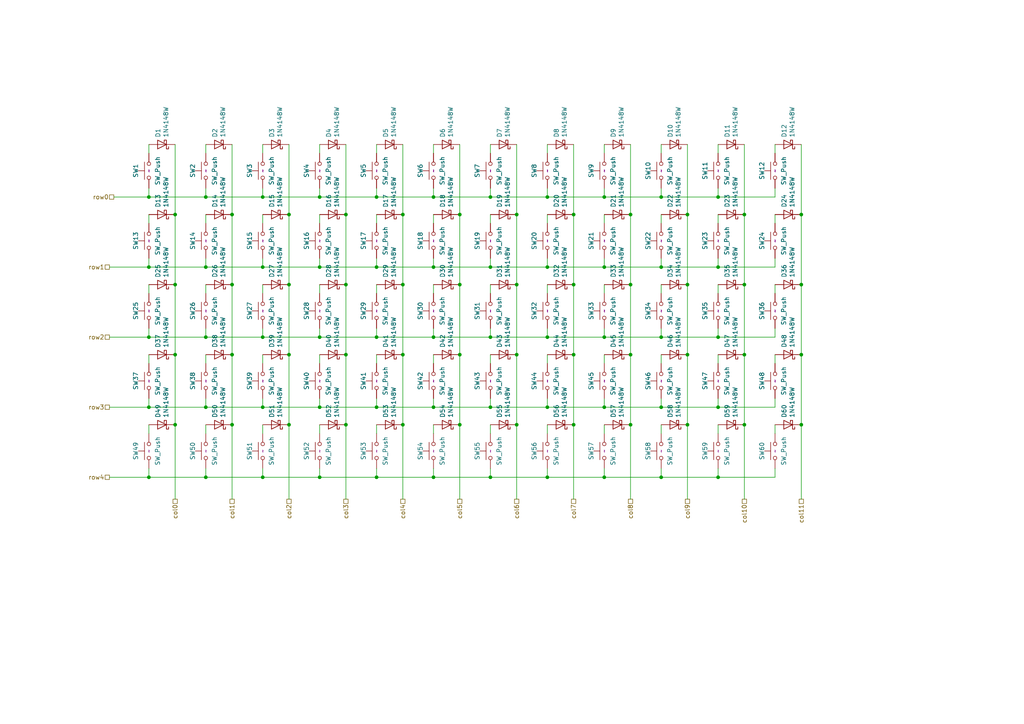
<source format=kicad_sch>
(kicad_sch (version 20211123) (generator eeschema)
  (paper "A4")
  (junction (at 133.35 82.55))
  (junction (at 76.2 77.47))
  (junction (at 50.8 123.19))
  (junction (at 92.71 97.79))
  (junction (at 191.77 138.43))
  (junction (at 50.8 102.87))
  (junction (at 142.24 97.79))
  (junction (at 208.28 57.15))
  (junction (at 43.18 97.79))
  (junction (at 116.84 102.87))
  (junction (at 125.73 118.11))
  (junction (at 182.88 82.55))
  (junction (at 215.9 62.23))
  (junction (at 125.73 97.79))
  (junction (at 116.84 123.19))
  (junction (at 109.22 77.47))
  (junction (at 149.86 102.87))
  (junction (at 232.41 102.87))
  (junction (at 208.28 138.43))
  (junction (at 76.2 118.11))
  (junction (at 158.75 57.15))
  (junction (at 175.26 57.15))
  (junction (at 59.69 138.43))
  (junction (at 175.26 97.79))
  (junction (at 92.71 57.15))
  (junction (at 116.84 82.55))
  (junction (at 149.86 82.55))
  (junction (at 232.41 82.55))
  (junction (at 158.75 77.47))
  (junction (at 191.77 77.47))
  (junction (at 175.26 118.11))
  (junction (at 166.37 102.87))
  (junction (at 125.73 57.15))
  (junction (at 109.22 118.11))
  (junction (at 67.31 62.23))
  (junction (at 166.37 62.23))
  (junction (at 50.8 82.55))
  (junction (at 125.73 77.47))
  (junction (at 109.22 97.79))
  (junction (at 149.86 123.19))
  (junction (at 100.33 102.87))
  (junction (at 142.24 138.43))
  (junction (at 149.86 62.23))
  (junction (at 67.31 102.87))
  (junction (at 232.41 123.19))
  (junction (at 83.82 62.23))
  (junction (at 100.33 62.23))
  (junction (at 142.24 118.11))
  (junction (at 142.24 57.15))
  (junction (at 182.88 123.19))
  (junction (at 208.28 118.11))
  (junction (at 83.82 82.55))
  (junction (at 199.39 82.55))
  (junction (at 191.77 118.11))
  (junction (at 133.35 102.87))
  (junction (at 199.39 62.23))
  (junction (at 166.37 82.55))
  (junction (at 100.33 123.19))
  (junction (at 92.71 138.43))
  (junction (at 175.26 77.47))
  (junction (at 199.39 102.87))
  (junction (at 208.28 97.79))
  (junction (at 158.75 118.11))
  (junction (at 109.22 138.43))
  (junction (at 215.9 123.19))
  (junction (at 43.18 57.15))
  (junction (at 92.71 77.47))
  (junction (at 191.77 97.79))
  (junction (at 50.8 62.23))
  (junction (at 43.18 77.47))
  (junction (at 67.31 123.19))
  (junction (at 116.84 62.23))
  (junction (at 158.75 97.79))
  (junction (at 83.82 123.19))
  (junction (at 59.69 77.47))
  (junction (at 133.35 123.19))
  (junction (at 92.71 118.11))
  (junction (at 67.31 82.55))
  (junction (at 43.18 138.43))
  (junction (at 59.69 57.15))
  (junction (at 191.77 57.15))
  (junction (at 175.26 138.43))
  (junction (at 182.88 102.87))
  (junction (at 76.2 138.43))
  (junction (at 100.33 82.55))
  (junction (at 109.22 57.15))
  (junction (at 76.2 57.15))
  (junction (at 208.28 77.47))
  (junction (at 232.41 62.23))
  (junction (at 59.69 118.11))
  (junction (at 142.24 77.47))
  (junction (at 43.18 118.11))
  (junction (at 166.37 123.19))
  (junction (at 215.9 102.87))
  (junction (at 158.75 138.43))
  (junction (at 83.82 102.87))
  (junction (at 133.35 62.23))
  (junction (at 199.39 123.19))
  (junction (at 125.73 138.43))
  (junction (at 215.9 82.55))
  (junction (at 76.2 97.79))
  (junction (at 182.88 62.23))
  (junction (at 59.69 97.79))
  (wire (pts (xy 166.37 123.19) (xy 166.37 102.87)))
  (wire (pts (xy 158.75 95.25) (xy 158.75 97.79)))
  (wire (pts (xy 142.24 118.11) (xy 142.24 115.57)))
  (wire (pts (xy 199.39 123.19) (xy 199.39 102.87)))
  (wire (pts (xy 92.71 138.43) (xy 109.22 138.43)))
  (wire (pts (xy 92.71 57.15) (xy 92.71 54.61)))
  (wire (pts (xy 67.31 62.23) (xy 67.31 41.91)))
  (wire (pts (xy 76.2 74.93) (xy 76.2 77.47)))
  (wire (pts (xy 92.71 118.11) (xy 92.71 115.57)))
  (wire (pts (xy 224.79 138.43) (xy 224.79 135.89)))
  (wire (pts (xy 142.24 57.15) (xy 158.75 57.15)))
  (wire (pts (xy 50.8 62.23) (xy 50.8 41.91)))
  (wire (pts (xy 208.28 54.61) (xy 208.28 57.15)))
  (wire (pts (xy 215.9 123.19) (xy 215.9 102.87)))
  (wire (pts (xy 43.18 118.11) (xy 59.69 118.11)))
  (wire (pts (xy 166.37 102.87) (xy 166.37 82.55)))
  (wire (pts (xy 208.28 77.47) (xy 224.79 77.47)))
  (wire (pts (xy 149.86 144.78) (xy 149.86 123.19)))
  (wire (pts (xy 43.18 125.73) (xy 43.18 123.19)))
  (wire (pts (xy 142.24 77.47) (xy 158.75 77.47)))
  (wire (pts (xy 208.28 57.15) (xy 224.79 57.15)))
  (wire (pts (xy 224.79 77.47) (xy 224.79 74.93)))
  (wire (pts (xy 92.71 64.77) (xy 92.71 62.23)))
  (wire (pts (xy 50.8 144.78) (xy 50.8 123.19)))
  (wire (pts (xy 158.75 115.57) (xy 158.75 118.11)))
  (wire (pts (xy 59.69 77.47) (xy 76.2 77.47)))
  (wire (pts (xy 208.28 95.25) (xy 208.28 97.79)))
  (wire (pts (xy 76.2 135.89) (xy 76.2 138.43)))
  (wire (pts (xy 208.28 138.43) (xy 224.79 138.43)))
  (wire (pts (xy 76.2 95.25) (xy 76.2 97.79)))
  (wire (pts (xy 175.26 77.47) (xy 191.77 77.47)))
  (wire (pts (xy 109.22 102.87) (xy 109.22 105.41)))
  (wire (pts (xy 50.8 123.19) (xy 50.8 102.87)))
  (wire (pts (xy 208.28 97.79) (xy 224.79 97.79)))
  (wire (pts (xy 59.69 97.79) (xy 76.2 97.79)))
  (wire (pts (xy 149.86 102.87) (xy 149.86 82.55)))
  (wire (pts (xy 215.9 62.23) (xy 215.9 41.91)))
  (wire (pts (xy 125.73 118.11) (xy 142.24 118.11)))
  (wire (pts (xy 232.41 102.87) (xy 232.41 82.55)))
  (wire (pts (xy 50.8 82.55) (xy 50.8 62.23)))
  (wire (pts (xy 175.26 95.25) (xy 175.26 97.79)))
  (wire (pts (xy 175.26 82.55) (xy 175.26 85.09)))
  (wire (pts (xy 191.77 77.47) (xy 191.77 74.93)))
  (wire (pts (xy 158.75 74.93) (xy 158.75 77.47)))
  (wire (pts (xy 50.8 102.87) (xy 50.8 82.55)))
  (wire (pts (xy 158.75 41.91) (xy 158.75 44.45)))
  (wire (pts (xy 182.88 102.87) (xy 182.88 82.55)))
  (wire (pts (xy 125.73 62.23) (xy 125.73 64.77)))
  (wire (pts (xy 175.26 138.43) (xy 191.77 138.43)))
  (wire (pts (xy 175.26 74.93) (xy 175.26 77.47)))
  (wire (pts (xy 175.26 123.19) (xy 175.26 125.73)))
  (wire (pts (xy 100.33 82.55) (xy 100.33 62.23)))
  (wire (pts (xy 142.24 44.45) (xy 142.24 41.91)))
  (wire (pts (xy 43.18 97.79) (xy 43.18 95.25)))
  (wire (pts (xy 142.24 97.79) (xy 142.24 95.25)))
  (wire (pts (xy 232.41 123.19) (xy 232.41 102.87)))
  (wire (pts (xy 142.24 105.41) (xy 142.24 102.87)))
  (wire (pts (xy 158.75 62.23) (xy 158.75 64.77)))
  (wire (pts (xy 125.73 135.89) (xy 125.73 138.43)))
  (wire (pts (xy 109.22 118.11) (xy 125.73 118.11)))
  (wire (pts (xy 59.69 138.43) (xy 76.2 138.43)))
  (wire (pts (xy 224.79 64.77) (xy 224.79 62.23)))
  (wire (pts (xy 199.39 62.23) (xy 199.39 41.91)))
  (wire (pts (xy 199.39 144.78) (xy 199.39 123.19)))
  (wire (pts (xy 43.18 57.15) (xy 43.18 54.61)))
  (wire (pts (xy 175.26 41.91) (xy 175.26 44.45)))
  (wire (pts (xy 83.82 123.19) (xy 83.82 102.87)))
  (wire (pts (xy 76.2 123.19) (xy 76.2 125.73)))
  (wire (pts (xy 149.86 123.19) (xy 149.86 102.87)))
  (wire (pts (xy 224.79 57.15) (xy 224.79 54.61)))
  (wire (pts (xy 224.79 105.41) (xy 224.79 102.87)))
  (wire (pts (xy 232.41 82.55) (xy 232.41 62.23)))
  (wire (pts (xy 59.69 82.55) (xy 59.69 85.09)))
  (wire (pts (xy 158.75 82.55) (xy 158.75 85.09)))
  (wire (pts (xy 31.75 77.47) (xy 43.18 77.47)))
  (wire (pts (xy 182.88 144.78) (xy 182.88 123.19)))
  (wire (pts (xy 158.75 135.89) (xy 158.75 138.43)))
  (wire (pts (xy 208.28 118.11) (xy 191.77 118.11)))
  (wire (pts (xy 125.73 82.55) (xy 125.73 85.09)))
  (wire (pts (xy 109.22 82.55) (xy 109.22 85.09)))
  (wire (pts (xy 67.31 144.78) (xy 67.31 123.19)))
  (wire (pts (xy 67.31 82.55) (xy 67.31 62.23)))
  (wire (pts (xy 43.18 85.09) (xy 43.18 82.55)))
  (wire (pts (xy 175.26 97.79) (xy 191.77 97.79)))
  (wire (pts (xy 92.71 97.79) (xy 109.22 97.79)))
  (wire (pts (xy 224.79 97.79) (xy 224.79 95.25)))
  (wire (pts (xy 67.31 102.87) (xy 67.31 82.55)))
  (wire (pts (xy 199.39 102.87) (xy 199.39 82.55)))
  (wire (pts (xy 142.24 57.15) (xy 142.24 54.61)))
  (wire (pts (xy 76.2 62.23) (xy 76.2 64.77)))
  (wire (pts (xy 59.69 123.19) (xy 59.69 125.73)))
  (wire (pts (xy 100.33 144.78) (xy 100.33 123.19)))
  (wire (pts (xy 125.73 41.91) (xy 125.73 44.45)))
  (wire (pts (xy 175.26 135.89) (xy 175.26 138.43)))
  (wire (pts (xy 109.22 115.57) (xy 109.22 118.11)))
  (wire (pts (xy 208.28 102.87) (xy 208.28 105.41)))
  (wire (pts (xy 125.73 123.19) (xy 125.73 125.73)))
  (wire (pts (xy 133.35 102.87) (xy 133.35 82.55)))
  (wire (pts (xy 83.82 62.23) (xy 83.82 41.91)))
  (wire (pts (xy 116.84 144.78) (xy 116.84 123.19)))
  (wire (pts (xy 191.77 57.15) (xy 191.77 54.61)))
  (wire (pts (xy 59.69 102.87) (xy 59.69 105.41)))
  (wire (pts (xy 215.9 82.55) (xy 215.9 62.23)))
  (wire (pts (xy 142.24 64.77) (xy 142.24 62.23)))
  (wire (pts (xy 142.24 118.11) (xy 158.75 118.11)))
  (wire (pts (xy 43.18 97.79) (xy 59.69 97.79)))
  (wire (pts (xy 43.18 138.43) (xy 59.69 138.43)))
  (wire (pts (xy 158.75 54.61) (xy 158.75 57.15)))
  (wire (pts (xy 76.2 138.43) (xy 92.71 138.43)))
  (wire (pts (xy 109.22 123.19) (xy 109.22 125.73)))
  (wire (pts (xy 215.9 102.87) (xy 215.9 82.55)))
  (wire (pts (xy 109.22 74.93) (xy 109.22 77.47)))
  (wire (pts (xy 158.75 102.87) (xy 158.75 105.41)))
  (wire (pts (xy 158.75 123.19) (xy 158.75 125.73)))
  (wire (pts (xy 208.28 123.19) (xy 208.28 125.73)))
  (wire (pts (xy 109.22 57.15) (xy 125.73 57.15)))
  (wire (pts (xy 43.18 57.15) (xy 59.69 57.15)))
  (wire (pts (xy 191.77 64.77) (xy 191.77 62.23)))
  (wire (pts (xy 59.69 115.57) (xy 59.69 118.11)))
  (wire (pts (xy 208.28 77.47) (xy 191.77 77.47)))
  (wire (pts (xy 175.26 118.11) (xy 191.77 118.11)))
  (wire (pts (xy 76.2 77.47) (xy 92.71 77.47)))
  (wire (pts (xy 149.86 62.23) (xy 149.86 41.91)))
  (wire (pts (xy 31.75 97.79) (xy 43.18 97.79)))
  (wire (pts (xy 59.69 74.93) (xy 59.69 77.47)))
  (wire (pts (xy 158.75 97.79) (xy 175.26 97.79)))
  (wire (pts (xy 142.24 138.43) (xy 158.75 138.43)))
  (wire (pts (xy 109.22 138.43) (xy 125.73 138.43)))
  (wire (pts (xy 175.26 115.57) (xy 175.26 118.11)))
  (wire (pts (xy 59.69 62.23) (xy 59.69 64.77)))
  (wire (pts (xy 149.86 82.55) (xy 149.86 62.23)))
  (wire (pts (xy 142.24 138.43) (xy 142.24 135.89)))
  (wire (pts (xy 191.77 105.41) (xy 191.77 102.87)))
  (wire (pts (xy 158.75 138.43) (xy 175.26 138.43)))
  (wire (pts (xy 175.26 54.61) (xy 175.26 57.15)))
  (wire (pts (xy 76.2 115.57) (xy 76.2 118.11)))
  (wire (pts (xy 142.24 125.73) (xy 142.24 123.19)))
  (wire (pts (xy 100.33 62.23) (xy 100.33 41.91)))
  (wire (pts (xy 59.69 57.15) (xy 76.2 57.15)))
  (wire (pts (xy 191.77 118.11) (xy 191.77 115.57)))
  (wire (pts (xy 191.77 138.43) (xy 191.77 135.89)))
  (wire (pts (xy 109.22 97.79) (xy 125.73 97.79)))
  (wire (pts (xy 43.18 77.47) (xy 43.18 74.93)))
  (wire (pts (xy 125.73 57.15) (xy 142.24 57.15)))
  (wire (pts (xy 208.28 74.93) (xy 208.28 77.47)))
  (wire (pts (xy 208.28 115.57) (xy 208.28 118.11)))
  (wire (pts (xy 224.79 118.11) (xy 224.79 115.57)))
  (wire (pts (xy 92.71 57.15) (xy 109.22 57.15)))
  (wire (pts (xy 191.77 125.73) (xy 191.77 123.19)))
  (wire (pts (xy 191.77 57.15) (xy 208.28 57.15)))
  (wire (pts (xy 67.31 123.19) (xy 67.31 102.87)))
  (wire (pts (xy 116.84 123.19) (xy 116.84 102.87)))
  (wire (pts (xy 182.88 82.55) (xy 182.88 62.23)))
  (wire (pts (xy 76.2 57.15) (xy 92.71 57.15)))
  (wire (pts (xy 92.71 105.41) (xy 92.71 102.87)))
  (wire (pts (xy 215.9 144.78) (xy 215.9 123.19)))
  (wire (pts (xy 76.2 82.55) (xy 76.2 85.09)))
  (wire (pts (xy 208.28 118.11) (xy 224.79 118.11)))
  (wire (pts (xy 191.77 97.79) (xy 208.28 97.79)))
  (wire (pts (xy 125.73 95.25) (xy 125.73 97.79)))
  (wire (pts (xy 92.71 77.47) (xy 92.71 74.93)))
  (wire (pts (xy 59.69 135.89) (xy 59.69 138.43)))
  (wire (pts (xy 208.28 82.55) (xy 208.28 85.09)))
  (wire (pts (xy 199.39 82.55) (xy 199.39 62.23)))
  (wire (pts (xy 109.22 54.61) (xy 109.22 57.15)))
  (wire (pts (xy 133.35 62.23) (xy 133.35 41.91)))
  (wire (pts (xy 125.73 77.47) (xy 142.24 77.47)))
  (wire (pts (xy 125.73 102.87) (xy 125.73 105.41)))
  (wire (pts (xy 43.18 105.41) (xy 43.18 102.87)))
  (wire (pts (xy 133.35 82.55) (xy 133.35 62.23)))
  (wire (pts (xy 31.75 138.43) (xy 43.18 138.43)))
  (wire (pts (xy 232.41 62.23) (xy 232.41 41.91)))
  (wire (pts (xy 109.22 41.91) (xy 109.22 44.45)))
  (wire (pts (xy 191.77 44.45) (xy 191.77 41.91)))
  (wire (pts (xy 43.18 64.77) (xy 43.18 62.23)))
  (wire (pts (xy 83.82 82.55) (xy 83.82 62.23)))
  (wire (pts (xy 125.73 115.57) (xy 125.73 118.11)))
  (wire (pts (xy 208.28 135.89) (xy 208.28 138.43)))
  (wire (pts (xy 92.71 97.79) (xy 92.71 95.25)))
  (wire (pts (xy 43.18 118.11) (xy 43.18 115.57)))
  (wire (pts (xy 59.69 95.25) (xy 59.69 97.79)))
  (wire (pts (xy 133.35 123.19) (xy 133.35 102.87)))
  (wire (pts (xy 142.24 85.09) (xy 142.24 82.55)))
  (wire (pts (xy 83.82 102.87) (xy 83.82 82.55)))
  (wire (pts (xy 109.22 95.25) (xy 109.22 97.79)))
  (wire (pts (xy 59.69 54.61) (xy 59.69 57.15)))
  (wire (pts (xy 31.75 118.11) (xy 43.18 118.11)))
  (wire (pts (xy 224.79 44.45) (xy 224.79 41.91)))
  (wire (pts (xy 92.71 125.73) (xy 92.71 123.19)))
  (wire (pts (xy 116.84 62.23) (xy 116.84 41.91)))
  (wire (pts (xy 125.73 54.61) (xy 125.73 57.15)))
  (wire (pts (xy 142.24 77.47) (xy 142.24 74.93)))
  (wire (pts (xy 92.71 138.43) (xy 92.71 135.89)))
  (wire (pts (xy 182.88 123.19) (xy 182.88 102.87)))
  (wire (pts (xy 208.28 41.91) (xy 208.28 44.45)))
  (wire (pts (xy 142.24 97.79) (xy 158.75 97.79)))
  (wire (pts (xy 191.77 138.43) (xy 208.28 138.43)))
  (wire (pts (xy 92.71 77.47) (xy 109.22 77.47)))
  (wire (pts (xy 191.77 85.09) (xy 191.77 82.55)))
  (wire (pts (xy 175.26 62.23) (xy 175.26 64.77)))
  (wire (pts (xy 166.37 62.23) (xy 166.37 41.91)))
  (wire (pts (xy 125.73 97.79) (xy 142.24 97.79)))
  (wire (pts (xy 208.28 62.23) (xy 208.28 64.77)))
  (wire (pts (xy 109.22 135.89) (xy 109.22 138.43)))
  (wire (pts (xy 109.22 62.23) (xy 109.22 64.77)))
  (wire (pts (xy 43.18 77.47) (xy 59.69 77.47)))
  (wire (pts (xy 76.2 54.61) (xy 76.2 57.15)))
  (wire (pts (xy 109.22 77.47) (xy 125.73 77.47)))
  (wire (pts (xy 76.2 41.91) (xy 76.2 44.45)))
  (wire (pts (xy 182.88 62.23) (xy 182.88 41.91)))
  (wire (pts (xy 76.2 97.79) (xy 92.71 97.79)))
  (wire (pts (xy 100.33 102.87) (xy 100.33 82.55)))
  (wire (pts (xy 92.71 44.45) (xy 92.71 41.91)))
  (wire (pts (xy 116.84 102.87) (xy 116.84 82.55)))
  (wire (pts (xy 116.84 82.55) (xy 116.84 62.23)))
  (wire (pts (xy 125.73 138.43) (xy 142.24 138.43)))
  (wire (pts (xy 33.02 57.15) (xy 43.18 57.15)))
  (wire (pts (xy 232.41 144.78) (xy 232.41 123.19)))
  (wire (pts (xy 191.77 97.79) (xy 191.77 95.25)))
  (wire (pts (xy 92.71 85.09) (xy 92.71 82.55)))
  (wire (pts (xy 224.79 125.73) (xy 224.79 123.19)))
  (wire (pts (xy 175.26 57.15) (xy 191.77 57.15)))
  (wire (pts (xy 166.37 82.55) (xy 166.37 62.23)))
  (wire (pts (xy 158.75 57.15) (xy 175.26 57.15)))
  (wire (pts (xy 133.35 144.78) (xy 133.35 123.19)))
  (wire (pts (xy 125.73 74.93) (xy 125.73 77.47)))
  (wire (pts (xy 76.2 118.11) (xy 92.71 118.11)))
  (wire (pts (xy 83.82 144.78) (xy 83.82 123.19)))
  (wire (pts (xy 224.79 85.09) (xy 224.79 82.55)))
  (wire (pts (xy 43.18 44.45) (xy 43.18 41.91)))
  (wire (pts (xy 43.18 138.43) (xy 43.18 135.89)))
  (wire (pts (xy 59.69 118.11) (xy 76.2 118.11)))
  (wire (pts (xy 166.37 144.78) (xy 166.37 123.19)))
  (wire (pts (xy 100.33 123.19) (xy 100.33 102.87)))
  (wire (pts (xy 92.71 118.11) (xy 109.22 118.11)))
  (wire (pts (xy 59.69 41.91) (xy 59.69 44.45)))
  (wire (pts (xy 158.75 77.47) (xy 175.26 77.47)))
  (wire (pts (xy 175.26 102.87) (xy 175.26 105.41)))
  (wire (pts (xy 76.2 102.87) (xy 76.2 105.41)))
  (wire (pts (xy 158.75 118.11) (xy 175.26 118.11)))
  (hierarchical_label "col9" (shape passive) (at 199.39 144.78 270))
  (hierarchical_label "row3" (shape passive) (at 31.75 118.11 180))
  (hierarchical_label "col11" (shape passive) (at 232.41 144.78 270))
  (hierarchical_label "row1" (shape passive) (at 31.75 77.47 180))
  (hierarchical_label "col4" (shape passive) (at 116.84 144.78 270))
  (hierarchical_label "col2" (shape passive) (at 83.82 144.78 270))
  (hierarchical_label "col5" (shape passive) (at 133.35 144.78 270))
  (hierarchical_label "row2" (shape passive) (at 31.75 97.79 180))
  (hierarchical_label "col8" (shape passive) (at 182.88 144.78 270))
  (hierarchical_label "col3" (shape passive) (at 100.33 144.78 270))
  (hierarchical_label "row0" (shape passive) (at 33.02 57.15 180))
  (hierarchical_label "row4" (shape passive) (at 31.75 138.43 180))
  (hierarchical_label "col1" (shape passive) (at 67.31 144.78 270))
  (hierarchical_label "col10" (shape passive) (at 215.9 144.78 270))
  (hierarchical_label "col7" (shape passive) (at 166.37 144.78 270))
  (hierarchical_label "col6" (shape passive) (at 149.86 144.78 270))
  (hierarchical_label "col0" (shape passive) (at 50.8 144.78 270))
  (symbol (lib_id "Switch:SW_Push") (at 109.22 110.49 90) (unit 1)
    (property "Reference" "SW41" (at 105.41 110.49 0))
    (property "Value" "SW_Push" (at 111.76 110.49 0))
    (property "Footprint" "custom_parts:SW_Cherry_MX_1.00u_PCB" (effects hide))
    (property "Datasheet" "~" (at 109.22 110.49 0))
  )
  (symbol (lib_id "Switch:SW_Push") (at 43.18 130.81 90) (unit 1)
    (property "Reference" "SW49" (at 39.37 130.81 0))
    (property "Value" "SW_Push" (at 45.72 130.81 0))
    (property "Footprint" "custom_parts:SW_Cherry_MX_1.00u_PCB" (effects hide))
    (property "Datasheet" "~" (at 43.18 130.81 0))
  )
  (symbol (lib_id "lcsc:B5819W") (at 46.99 123.19 180) (unit 1)
    (property "Reference" "D49" (at 45.8216 121.1834 90) (effects (justify right)))
    (property "Value" "1N4148W" (at 48.133 121.1834 90) (effects (justify right)))
    (property "Footprint" "Diode_SMD:D_SOD-123" (effects hide))
    (property "Datasheet" "https://datasheet.lcsc.com/szlcsc/Changjiang-Electronics-Tech-CJ-B5819W_C8598.pdf" (effects hide))
    (property "LCSC" "C81598" (effects hide))
  )
  (symbol (lib_id "Switch:SW_Push") (at 43.18 110.49 90) (unit 1)
    (property "Reference" "SW37" (at 39.37 110.49 0))
    (property "Value" "SW_Push" (at 45.72 110.49 0))
    (property "Footprint" "custom_parts:SW_Cherry_MX_1.00u_PCB" (effects hide))
    (property "Datasheet" "~" (at 43.18 110.49 0))
  )
  (symbol (lib_id "lcsc:B5819W") (at 46.99 102.87 180) (unit 1)
    (property "Reference" "D37" (at 45.8216 100.8634 90) (effects (justify right)))
    (property "Value" "1N4148W" (at 48.133 100.8634 90) (effects (justify right)))
    (property "Footprint" "Diode_SMD:D_SOD-123" (effects hide))
    (property "Datasheet" "https://datasheet.lcsc.com/szlcsc/Changjiang-Electronics-Tech-CJ-B5819W_C8598.pdf" (effects hide))
    (property "LCSC" "C81598" (effects hide))
  )
  (symbol (lib_id "Switch:SW_Push") (at 43.18 90.17 90) (unit 1)
    (property "Reference" "SW25" (at 39.37 90.17 0))
    (property "Value" "SW_Push" (at 45.72 90.17 0))
    (property "Footprint" "custom_parts:SW_Cherry_MX_1.00u_PCB" (effects hide))
    (property "Datasheet" "~" (at 43.18 90.17 0))
  )
  (symbol (lib_id "lcsc:B5819W") (at 46.99 82.55 180) (unit 1)
    (property "Reference" "D25" (at 45.8216 80.5434 90) (effects (justify right)))
    (property "Value" "1N4148W" (at 48.133 80.5434 90) (effects (justify right)))
    (property "Footprint" "Diode_SMD:D_SOD-123" (effects hide))
    (property "Datasheet" "https://datasheet.lcsc.com/szlcsc/Changjiang-Electronics-Tech-CJ-B5819W_C8598.pdf" (effects hide))
    (property "LCSC" "C81598" (effects hide))
  )
  (symbol (lib_id "Switch:SW_Push") (at 43.18 69.85 90) (unit 1)
    (property "Reference" "SW13" (at 39.37 69.85 0))
    (property "Value" "SW_Push" (at 45.72 69.85 0))
    (property "Footprint" "custom_parts:SW_Cherry_MX_1.00u_PCB" (effects hide))
    (property "Datasheet" "~" (at 43.18 69.85 0))
  )
  (symbol (lib_id "lcsc:B5819W") (at 46.99 62.23 180) (unit 1)
    (property "Reference" "D13" (at 45.8216 60.2234 90) (effects (justify right)))
    (property "Value" "1N4148W" (at 48.133 60.2234 90) (effects (justify right)))
    (property "Footprint" "Diode_SMD:D_SOD-123" (effects hide))
    (property "Datasheet" "https://datasheet.lcsc.com/szlcsc/Changjiang-Electronics-Tech-CJ-B5819W_C8598.pdf" (effects hide))
    (property "LCSC" "C81598" (effects hide))
  )
  (symbol (lib_id "Switch:SW_Push") (at 43.18 49.53 90) (unit 1)
    (property "Reference" "SW1" (at 39.37 49.53 0))
    (property "Value" "SW_Push" (at 45.72 49.53 0))
    (property "Footprint" "custom_parts:SW_Cherry_MX_1.00u_PCB" (effects hide))
    (property "Datasheet" "~" (at 43.18 49.53 0))
  )
  (symbol (lib_id "lcsc:B5819W") (at 46.99 41.91 180) (unit 1)
    (property "Reference" "D1" (at 45.8216 39.9034 90) (effects (justify right)))
    (property "Value" "1N4148W" (at 48.133 39.9034 90) (effects (justify right)))
    (property "Footprint" "Diode_SMD:D_SOD-123" (effects hide))
    (property "Datasheet" "https://datasheet.lcsc.com/szlcsc/Changjiang-Electronics-Tech-CJ-B5819W_C8598.pdf" (effects hide))
    (property "LCSC" "C81598" (effects hide))
  )
  (symbol (lib_id "Switch:SW_Push") (at 59.69 110.49 90) (unit 1)
    (property "Reference" "SW38" (at 55.88 110.49 0))
    (property "Value" "SW_Push" (at 62.23 110.49 0))
    (property "Footprint" "custom_parts:SW_Cherry_MX_1.00u_PCB" (effects hide))
    (property "Datasheet" "~" (at 59.69 110.49 0))
  )
  (symbol (lib_id "Switch:SW_Push") (at 59.69 90.17 90) (unit 1)
    (property "Reference" "SW26" (at 55.88 90.17 0))
    (property "Value" "SW_Push" (at 62.23 90.17 0))
    (property "Footprint" "custom_parts:SW_Cherry_MX_1.00u_PCB" (effects hide))
    (property "Datasheet" "~" (at 59.69 90.17 0))
  )
  (symbol (lib_id "Switch:SW_Push") (at 59.69 69.85 90) (unit 1)
    (property "Reference" "SW14" (at 55.88 69.85 0))
    (property "Value" "SW_Push" (at 62.23 69.85 0))
    (property "Footprint" "custom_parts:SW_Cherry_MX_1.00u_PCB" (effects hide))
    (property "Datasheet" "~" (at 59.69 69.85 0))
  )
  (symbol (lib_id "Switch:SW_Push") (at 59.69 49.53 90) (unit 1)
    (property "Reference" "SW2" (at 55.88 49.53 0))
    (property "Value" "SW_Push" (at 62.23 49.53 0))
    (property "Footprint" "custom_parts:SW_Cherry_MX_1.00u_PCB" (effects hide))
    (property "Datasheet" "~" (at 59.69 49.53 0))
  )
  (symbol (lib_id "Switch:SW_Push") (at 59.69 130.81 90) (unit 1)
    (property "Reference" "SW50" (at 55.88 130.81 0))
    (property "Value" "SW_Push" (at 62.23 130.81 0))
    (property "Footprint" "custom_parts:SW_Cherry_MX_1.00u_PCB" (effects hide))
    (property "Datasheet" "~" (at 59.69 130.81 0))
  )
  (symbol (lib_id "lcsc:B5819W") (at 63.5 123.19 180) (unit 1)
    (property "Reference" "D50" (at 62.3316 121.1834 90) (effects (justify right)))
    (property "Value" "1N4148W" (at 64.643 121.1834 90) (effects (justify right)))
    (property "Footprint" "Diode_SMD:D_SOD-123" (effects hide))
    (property "Datasheet" "https://datasheet.lcsc.com/szlcsc/Changjiang-Electronics-Tech-CJ-B5819W_C8598.pdf" (effects hide))
    (property "LCSC" "C81598" (effects hide))
  )
  (symbol (lib_id "lcsc:B5819W") (at 63.5 102.87 180) (unit 1)
    (property "Reference" "D38" (at 62.3316 100.8634 90) (effects (justify right)))
    (property "Value" "1N4148W" (at 64.643 100.8634 90) (effects (justify right)))
    (property "Footprint" "Diode_SMD:D_SOD-123" (effects hide))
    (property "Datasheet" "https://datasheet.lcsc.com/szlcsc/Changjiang-Electronics-Tech-CJ-B5819W_C8598.pdf" (effects hide))
    (property "LCSC" "C81598" (effects hide))
  )
  (symbol (lib_id "lcsc:B5819W") (at 63.5 82.55 180) (unit 1)
    (property "Reference" "D26" (at 62.3316 80.5434 90) (effects (justify right)))
    (property "Value" "1N4148W" (at 64.643 80.5434 90) (effects (justify right)))
    (property "Footprint" "Diode_SMD:D_SOD-123" (effects hide))
    (property "Datasheet" "https://datasheet.lcsc.com/szlcsc/Changjiang-Electronics-Tech-CJ-B5819W_C8598.pdf" (effects hide))
    (property "LCSC" "C81598" (effects hide))
  )
  (symbol (lib_id "lcsc:B5819W") (at 63.5 62.23 180) (unit 1)
    (property "Reference" "D14" (at 62.3316 60.2234 90) (effects (justify right)))
    (property "Value" "1N4148W" (at 64.643 60.2234 90) (effects (justify right)))
    (property "Footprint" "Diode_SMD:D_SOD-123" (effects hide))
    (property "Datasheet" "https://datasheet.lcsc.com/szlcsc/Changjiang-Electronics-Tech-CJ-B5819W_C8598.pdf" (effects hide))
    (property "LCSC" "C81598" (effects hide))
  )
  (symbol (lib_id "lcsc:B5819W") (at 63.5 41.91 180) (unit 1)
    (property "Reference" "D2" (at 62.3316 39.9034 90) (effects (justify right)))
    (property "Value" "1N4148W" (at 64.643 39.9034 90) (effects (justify right)))
    (property "Footprint" "Diode_SMD:D_SOD-123" (effects hide))
    (property "Datasheet" "https://datasheet.lcsc.com/szlcsc/Changjiang-Electronics-Tech-CJ-B5819W_C8598.pdf" (effects hide))
    (property "LCSC" "C81598" (effects hide))
  )
  (symbol (lib_id "Switch:SW_Push") (at 76.2 130.81 90) (unit 1)
    (property "Reference" "SW51" (at 72.39 130.81 0))
    (property "Value" "SW_Push" (at 78.74 130.81 0))
    (property "Footprint" "custom_parts:SW_Cherry_MX_1.00u_PCB" (effects hide))
    (property "Datasheet" "~" (at 76.2 130.81 0))
  )
  (symbol (lib_id "Switch:SW_Push") (at 76.2 110.49 90) (unit 1)
    (property "Reference" "SW39" (at 72.39 110.49 0))
    (property "Value" "SW_Push" (at 78.74 110.49 0))
    (property "Footprint" "custom_parts:SW_Cherry_MX_1.00u_PCB" (effects hide))
    (property "Datasheet" "~" (at 76.2 110.49 0))
  )
  (symbol (lib_id "Switch:SW_Push") (at 76.2 90.17 90) (unit 1)
    (property "Reference" "SW27" (at 72.39 90.17 0))
    (property "Value" "SW_Push" (at 78.74 90.17 0))
    (property "Footprint" "custom_parts:SW_Cherry_MX_1.00u_PCB" (effects hide))
    (property "Datasheet" "~" (at 76.2 90.17 0))
  )
  (symbol (lib_id "Switch:SW_Push") (at 76.2 69.85 90) (unit 1)
    (property "Reference" "SW15" (at 72.39 69.85 0))
    (property "Value" "SW_Push" (at 78.74 69.85 0))
    (property "Footprint" "custom_parts:SW_Cherry_MX_1.00u_PCB" (effects hide))
    (property "Datasheet" "~" (at 76.2 69.85 0))
  )
  (symbol (lib_id "Switch:SW_Push") (at 76.2 49.53 90) (unit 1)
    (property "Reference" "SW3" (at 72.39 49.53 0))
    (property "Value" "SW_Push" (at 78.74 49.53 0))
    (property "Footprint" "custom_parts:SW_Cherry_MX_1.00u_PCB" (effects hide))
    (property "Datasheet" "~" (at 76.2 49.53 0))
  )
  (symbol (lib_id "lcsc:B5819W") (at 80.01 123.19 180) (unit 1)
    (property "Reference" "D51" (at 78.8416 121.1834 90) (effects (justify right)))
    (property "Value" "1N4148W" (at 81.153 121.1834 90) (effects (justify right)))
    (property "Footprint" "Diode_SMD:D_SOD-123" (effects hide))
    (property "Datasheet" "https://datasheet.lcsc.com/szlcsc/Changjiang-Electronics-Tech-CJ-B5819W_C8598.pdf" (effects hide))
    (property "LCSC" "C81598" (effects hide))
  )
  (symbol (lib_id "lcsc:B5819W") (at 80.01 102.87 180) (unit 1)
    (property "Reference" "D39" (at 78.8416 100.8634 90) (effects (justify right)))
    (property "Value" "1N4148W" (at 81.153 100.8634 90) (effects (justify right)))
    (property "Footprint" "Diode_SMD:D_SOD-123" (effects hide))
    (property "Datasheet" "https://datasheet.lcsc.com/szlcsc/Changjiang-Electronics-Tech-CJ-B5819W_C8598.pdf" (effects hide))
    (property "LCSC" "C81598" (effects hide))
  )
  (symbol (lib_id "lcsc:B5819W") (at 80.01 82.55 180) (unit 1)
    (property "Reference" "D27" (at 78.8416 80.5434 90) (effects (justify right)))
    (property "Value" "1N4148W" (at 81.153 80.5434 90) (effects (justify right)))
    (property "Footprint" "Diode_SMD:D_SOD-123" (effects hide))
    (property "Datasheet" "https://datasheet.lcsc.com/szlcsc/Changjiang-Electronics-Tech-CJ-B5819W_C8598.pdf" (effects hide))
    (property "LCSC" "C81598" (effects hide))
  )
  (symbol (lib_id "lcsc:B5819W") (at 80.01 62.23 180) (unit 1)
    (property "Reference" "D15" (at 78.8416 60.2234 90) (effects (justify right)))
    (property "Value" "1N4148W" (at 81.153 60.2234 90) (effects (justify right)))
    (property "Footprint" "Diode_SMD:D_SOD-123" (effects hide))
    (property "Datasheet" "https://datasheet.lcsc.com/szlcsc/Changjiang-Electronics-Tech-CJ-B5819W_C8598.pdf" (effects hide))
    (property "LCSC" "C81598" (effects hide))
  )
  (symbol (lib_id "lcsc:B5819W") (at 80.01 41.91 180) (unit 1)
    (property "Reference" "D3" (at 78.8416 39.9034 90) (effects (justify right)))
    (property "Value" "1N4148W" (at 81.153 39.9034 90) (effects (justify right)))
    (property "Footprint" "Diode_SMD:D_SOD-123" (effects hide))
    (property "Datasheet" "https://datasheet.lcsc.com/szlcsc/Changjiang-Electronics-Tech-CJ-B5819W_C8598.pdf" (effects hide))
    (property "LCSC" "C81598" (effects hide))
  )
  (symbol (lib_id "Switch:SW_Push") (at 92.71 90.17 90) (unit 1)
    (property "Reference" "SW28" (at 88.9 90.17 0))
    (property "Value" "SW_Push" (at 95.25 90.17 0))
    (property "Footprint" "custom_parts:SW_Cherry_MX_1.00u_PCB" (effects hide))
    (property "Datasheet" "~" (at 92.71 90.17 0))
  )
  (symbol (lib_id "Switch:SW_Push") (at 92.71 69.85 90) (unit 1)
    (property "Reference" "SW16" (at 88.9 69.85 0))
    (property "Value" "SW_Push" (at 95.25 69.85 0))
    (property "Footprint" "custom_parts:SW_Cherry_MX_1.00u_PCB" (effects hide))
    (property "Datasheet" "~" (at 92.71 69.85 0))
  )
  (symbol (lib_id "Switch:SW_Push") (at 92.71 49.53 90) (unit 1)
    (property "Reference" "SW4" (at 88.9 49.53 0))
    (property "Value" "SW_Push" (at 95.25 49.53 0))
    (property "Footprint" "custom_parts:SW_Cherry_MX_1.00u_PCB" (effects hide))
    (property "Datasheet" "~" (at 92.71 49.53 0))
  )
  (symbol (lib_id "Switch:SW_Push") (at 92.71 110.49 90) (unit 1)
    (property "Reference" "SW40" (at 88.9 110.49 0))
    (property "Value" "SW_Push" (at 95.25 110.49 0))
    (property "Footprint" "custom_parts:SW_Cherry_MX_1.00u_PCB" (effects hide))
    (property "Datasheet" "~" (at 92.71 110.49 0))
  )
  (symbol (lib_id "Switch:SW_Push") (at 92.71 130.81 90) (unit 1)
    (property "Reference" "SW52" (at 88.9 130.81 0))
    (property "Value" "SW_Push" (at 95.25 130.81 0))
    (property "Footprint" "custom_parts:SW_Cherry_MX_1.50u_PCB" (effects hide))
    (property "Datasheet" "~" (at 92.71 130.81 0))
  )
  (symbol (lib_id "lcsc:B5819W") (at 96.52 123.19 180) (unit 1)
    (property "Reference" "D52" (at 95.3516 121.1834 90) (effects (justify right)))
    (property "Value" "1N4148W" (at 97.663 121.1834 90) (effects (justify right)))
    (property "Footprint" "Diode_SMD:D_SOD-123" (effects hide))
    (property "Datasheet" "https://datasheet.lcsc.com/szlcsc/Changjiang-Electronics-Tech-CJ-B5819W_C8598.pdf" (effects hide))
    (property "LCSC" "C81598" (effects hide))
  )
  (symbol (lib_id "lcsc:B5819W") (at 96.52 82.55 180) (unit 1)
    (property "Reference" "D28" (at 95.3516 80.5434 90) (effects (justify right)))
    (property "Value" "1N4148W" (at 97.663 80.5434 90) (effects (justify right)))
    (property "Footprint" "Diode_SMD:D_SOD-123" (effects hide))
    (property "Datasheet" "https://datasheet.lcsc.com/szlcsc/Changjiang-Electronics-Tech-CJ-B5819W_C8598.pdf" (effects hide))
    (property "LCSC" "C81598" (effects hide))
  )
  (symbol (lib_id "lcsc:B5819W") (at 96.52 62.23 180) (unit 1)
    (property "Reference" "D16" (at 95.3516 60.2234 90) (effects (justify right)))
    (property "Value" "1N4148W" (at 97.663 60.2234 90) (effects (justify right)))
    (property "Footprint" "Diode_SMD:D_SOD-123" (effects hide))
    (property "Datasheet" "https://datasheet.lcsc.com/szlcsc/Changjiang-Electronics-Tech-CJ-B5819W_C8598.pdf" (effects hide))
    (property "LCSC" "C81598" (effects hide))
  )
  (symbol (lib_id "lcsc:B5819W") (at 96.52 41.91 180) (unit 1)
    (property "Reference" "D4" (at 95.3516 39.9034 90) (effects (justify right)))
    (property "Value" "1N4148W" (at 97.663 39.9034 90) (effects (justify right)))
    (property "Footprint" "Diode_SMD:D_SOD-123" (effects hide))
    (property "Datasheet" "https://datasheet.lcsc.com/szlcsc/Changjiang-Electronics-Tech-CJ-B5819W_C8598.pdf" (effects hide))
    (property "LCSC" "C81598" (effects hide))
  )
  (symbol (lib_id "Switch:SW_Push") (at 109.22 90.17 90) (unit 1)
    (property "Reference" "SW29" (at 105.41 90.17 0))
    (property "Value" "SW_Push" (at 111.76 90.17 0))
    (property "Footprint" "custom_parts:SW_Cherry_MX_1.00u_PCB" (effects hide))
    (property "Datasheet" "~" (at 109.22 90.17 0))
  )
  (symbol (lib_id "Switch:SW_Push") (at 109.22 69.85 90) (unit 1)
    (property "Reference" "SW17" (at 105.41 69.85 0))
    (property "Value" "SW_Push" (at 111.76 69.85 0))
    (property "Footprint" "custom_parts:SW_Cherry_MX_1.00u_PCB" (effects hide))
    (property "Datasheet" "~" (at 109.22 69.85 0))
  )
  (symbol (lib_id "Switch:SW_Push") (at 125.73 49.53 90) (unit 1)
    (property "Reference" "SW6" (at 121.92 49.53 0))
    (property "Value" "SW_Push" (at 128.27 49.53 0))
    (property "Footprint" "custom_parts:SW_Cherry_MX_1.00u_PCB" (effects hide))
    (property "Datasheet" "~" (at 125.73 49.53 0))
  )
  (symbol (lib_id "lcsc:B5819W") (at 113.03 102.87 180) (unit 1)
    (property "Reference" "D41" (at 111.8616 100.8634 90) (effects (justify right)))
    (property "Value" "1N4148W" (at 114.173 100.8634 90) (effects (justify right)))
    (property "Footprint" "Diode_SMD:D_SOD-123" (effects hide))
    (property "Datasheet" "https://datasheet.lcsc.com/szlcsc/Changjiang-Electronics-Tech-CJ-B5819W_C8598.pdf" (effects hide))
    (property "LCSC" "C81598" (effects hide))
  )
  (symbol (lib_id "lcsc:B5819W") (at 113.03 82.55 180) (unit 1)
    (property "Reference" "D29" (at 111.8616 80.5434 90) (effects (justify right)))
    (property "Value" "1N4148W" (at 114.173 80.5434 90) (effects (justify right)))
    (property "Footprint" "Diode_SMD:D_SOD-123" (effects hide))
    (property "Datasheet" "https://datasheet.lcsc.com/szlcsc/Changjiang-Electronics-Tech-CJ-B5819W_C8598.pdf" (effects hide))
    (property "LCSC" "C81598" (effects hide))
  )
  (symbol (lib_id "lcsc:B5819W") (at 113.03 62.23 180) (unit 1)
    (property "Reference" "D17" (at 111.8616 60.2234 90) (effects (justify right)))
    (property "Value" "1N4148W" (at 114.173 60.2234 90) (effects (justify right)))
    (property "Footprint" "Diode_SMD:D_SOD-123" (effects hide))
    (property "Datasheet" "https://datasheet.lcsc.com/szlcsc/Changjiang-Electronics-Tech-CJ-B5819W_C8598.pdf" (effects hide))
    (property "LCSC" "C81598" (effects hide))
  )
  (symbol (lib_id "lcsc:B5819W") (at 113.03 41.91 180) (unit 1)
    (property "Reference" "D5" (at 111.8616 39.9034 90) (effects (justify right)))
    (property "Value" "1N4148W" (at 114.173 39.9034 90) (effects (justify right)))
    (property "Footprint" "Diode_SMD:D_SOD-123" (effects hide))
    (property "Datasheet" "https://datasheet.lcsc.com/szlcsc/Changjiang-Electronics-Tech-CJ-B5819W_C8598.pdf" (effects hide))
    (property "LCSC" "C81598" (effects hide))
  )
  (symbol (lib_id "Switch:SW_Push") (at 191.77 110.49 90) (unit 1)
    (property "Reference" "SW46" (at 187.96 110.49 0))
    (property "Value" "SW_Push" (at 194.31 110.49 0))
    (property "Footprint" "custom_parts:SW_Cherry_MX_1.00u_PCB" (effects hide))
    (property "Datasheet" "~" (at 191.77 110.49 0))
  )
  (symbol (lib_id "Switch:SW_Push") (at 125.73 130.81 90) (unit 1)
    (property "Reference" "SW54" (at 121.92 130.81 0))
    (property "Value" "SW_Push" (at 128.27 130.81 0))
    (property "Footprint" "custom_parts:SW_Cherry_MX_1.00u_PCB" (effects hide))
    (property "Datasheet" "~" (at 125.73 130.81 0))
  )
  (symbol (lib_id "lcsc:B5819W") (at 129.54 123.19 180) (unit 1)
    (property "Reference" "D54" (at 128.3716 121.1834 90) (effects (justify right)))
    (property "Value" "1N4148W" (at 130.683 121.1834 90) (effects (justify right)))
    (property "Footprint" "Diode_SMD:D_SOD-123" (effects hide))
    (property "Datasheet" "https://datasheet.lcsc.com/szlcsc/Changjiang-Electronics-Tech-CJ-B5819W_C8598.pdf" (effects hide))
    (property "LCSC" "C81598" (effects hide))
  )
  (symbol (lib_id "Switch:SW_Push") (at 125.73 110.49 90) (unit 1)
    (property "Reference" "SW42" (at 121.92 110.49 0))
    (property "Value" "SW_Push" (at 128.27 110.49 0))
    (property "Footprint" "custom_parts:SW_Cherry_MX_1.00u_PCB" (effects hide))
    (property "Datasheet" "~" (at 125.73 110.49 0))
  )
  (symbol (lib_id "lcsc:B5819W") (at 129.54 102.87 180) (unit 1)
    (property "Reference" "D42" (at 128.3716 100.8634 90) (effects (justify right)))
    (property "Value" "1N4148W" (at 130.683 100.8634 90) (effects (justify right)))
    (property "Footprint" "Diode_SMD:D_SOD-123" (effects hide))
    (property "Datasheet" "https://datasheet.lcsc.com/szlcsc/Changjiang-Electronics-Tech-CJ-B5819W_C8598.pdf" (effects hide))
    (property "LCSC" "C81598" (effects hide))
  )
  (symbol (lib_id "Switch:SW_Push") (at 125.73 90.17 90) (unit 1)
    (property "Reference" "SW30" (at 121.92 90.17 0))
    (property "Value" "SW_Push" (at 128.27 90.17 0))
    (property "Footprint" "custom_parts:SW_Cherry_MX_1.00u_PCB" (effects hide))
    (property "Datasheet" "~" (at 125.73 90.17 0))
  )
  (symbol (lib_id "lcsc:B5819W") (at 129.54 82.55 180) (unit 1)
    (property "Reference" "D30" (at 128.3716 80.5434 90) (effects (justify right)))
    (property "Value" "1N4148W" (at 130.683 80.5434 90) (effects (justify right)))
    (property "Footprint" "Diode_SMD:D_SOD-123" (effects hide))
    (property "Datasheet" "https://datasheet.lcsc.com/szlcsc/Changjiang-Electronics-Tech-CJ-B5819W_C8598.pdf" (effects hide))
    (property "LCSC" "C81598" (effects hide))
  )
  (symbol (lib_id "Switch:SW_Push") (at 125.73 69.85 90) (unit 1)
    (property "Reference" "SW18" (at 121.92 69.85 0))
    (property "Value" "SW_Push" (at 128.27 69.85 0))
    (property "Footprint" "custom_parts:SW_Cherry_MX_1.00u_PCB" (effects hide))
    (property "Datasheet" "~" (at 125.73 69.85 0))
  )
  (symbol (lib_id "lcsc:B5819W") (at 129.54 62.23 180) (unit 1)
    (property "Reference" "D18" (at 128.3716 60.2234 90) (effects (justify right)))
    (property "Value" "1N4148W" (at 130.683 60.2234 90) (effects (justify right)))
    (property "Footprint" "Diode_SMD:D_SOD-123" (effects hide))
    (property "Datasheet" "https://datasheet.lcsc.com/szlcsc/Changjiang-Electronics-Tech-CJ-B5819W_C8598.pdf" (effects hide))
    (property "LCSC" "C81598" (effects hide))
  )
  (symbol (lib_id "Switch:SW_Push") (at 109.22 49.53 90) (unit 1)
    (property "Reference" "SW5" (at 105.41 49.53 0))
    (property "Value" "SW_Push" (at 111.76 49.53 0))
    (property "Footprint" "custom_parts:SW_Cherry_MX_1.00u_PCB" (effects hide))
    (property "Datasheet" "~" (at 109.22 49.53 0))
  )
  (symbol (lib_id "lcsc:B5819W") (at 129.54 41.91 180) (unit 1)
    (property "Reference" "D6" (at 128.3716 39.9034 90) (effects (justify right)))
    (property "Value" "1N4148W" (at 130.683 39.9034 90) (effects (justify right)))
    (property "Footprint" "Diode_SMD:D_SOD-123" (effects hide))
    (property "Datasheet" "https://datasheet.lcsc.com/szlcsc/Changjiang-Electronics-Tech-CJ-B5819W_C8598.pdf" (effects hide))
    (property "LCSC" "C81598" (effects hide))
  )
  (symbol (lib_id "Switch:SW_Push") (at 142.24 110.49 90) (unit 1)
    (property "Reference" "SW43" (at 138.43 110.49 0))
    (property "Value" "SW_Push" (at 144.78 110.49 0))
    (property "Footprint" "custom_parts:SW_Cherry_MX_1.00u_PCB" (effects hide))
    (property "Datasheet" "~" (at 142.24 110.49 0))
  )
  (symbol (lib_id "Switch:SW_Push") (at 142.24 90.17 90) (unit 1)
    (property "Reference" "SW31" (at 138.43 90.17 0))
    (property "Value" "SW_Push" (at 144.78 90.17 0))
    (property "Footprint" "custom_parts:SW_Cherry_MX_1.00u_PCB" (effects hide))
    (property "Datasheet" "~" (at 142.24 90.17 0))
  )
  (symbol (lib_id "Switch:SW_Push") (at 142.24 69.85 90) (unit 1)
    (property "Reference" "SW19" (at 138.43 69.85 0))
    (property "Value" "SW_Push" (at 144.78 69.85 0))
    (property "Footprint" "custom_parts:SW_Cherry_MX_1.00u_PCB" (effects hide))
    (property "Datasheet" "~" (at 142.24 69.85 0))
  )
  (symbol (lib_id "Switch:SW_Push") (at 158.75 49.53 90) (unit 1)
    (property "Reference" "SW8" (at 154.94 49.53 0))
    (property "Value" "SW_Push" (at 161.29 49.53 0))
    (property "Footprint" "custom_parts:SW_Cherry_MX_1.00u_PCB" (effects hide))
    (property "Datasheet" "~" (at 158.75 49.53 0))
  )
  (symbol (lib_id "Switch:SW_Push") (at 142.24 130.81 90) (unit 1)
    (property "Reference" "SW55" (at 138.43 130.81 0))
    (property "Value" "SW_Push" (at 144.78 130.81 0))
    (property "Footprint" "custom_parts:SW_Cherry_MX_1.00u_PCB" (effects hide))
    (property "Datasheet" "~" (at 142.24 130.81 0))
  )
  (symbol (lib_id "lcsc:B5819W") (at 146.05 123.19 180) (unit 1)
    (property "Reference" "D55" (at 144.8816 121.1834 90) (effects (justify right)))
    (property "Value" "1N4148W" (at 147.193 121.1834 90) (effects (justify right)))
    (property "Footprint" "Diode_SMD:D_SOD-123" (effects hide))
    (property "Datasheet" "https://datasheet.lcsc.com/szlcsc/Changjiang-Electronics-Tech-CJ-B5819W_C8598.pdf" (effects hide))
    (property "LCSC" "C81598" (effects hide))
  )
  (symbol (lib_id "lcsc:B5819W") (at 146.05 102.87 180) (unit 1)
    (property "Reference" "D43" (at 144.8816 100.8634 90) (effects (justify right)))
    (property "Value" "1N4148W" (at 147.193 100.8634 90) (effects (justify right)))
    (property "Footprint" "Diode_SMD:D_SOD-123" (effects hide))
    (property "Datasheet" "https://datasheet.lcsc.com/szlcsc/Changjiang-Electronics-Tech-CJ-B5819W_C8598.pdf" (effects hide))
    (property "LCSC" "C81598" (effects hide))
  )
  (symbol (lib_id "lcsc:B5819W") (at 146.05 82.55 180) (unit 1)
    (property "Reference" "D31" (at 144.8816 80.5434 90) (effects (justify right)))
    (property "Value" "1N4148W" (at 147.193 80.5434 90) (effects (justify right)))
    (property "Footprint" "Diode_SMD:D_SOD-123" (effects hide))
    (property "Datasheet" "https://datasheet.lcsc.com/szlcsc/Changjiang-Electronics-Tech-CJ-B5819W_C8598.pdf" (effects hide))
    (property "LCSC" "C81598" (effects hide))
  )
  (symbol (lib_id "lcsc:B5819W") (at 146.05 62.23 180) (unit 1)
    (property "Reference" "D19" (at 144.8816 60.2234 90) (effects (justify right)))
    (property "Value" "1N4148W" (at 147.193 60.2234 90) (effects (justify right)))
    (property "Footprint" "Diode_SMD:D_SOD-123" (effects hide))
    (property "Datasheet" "https://datasheet.lcsc.com/szlcsc/Changjiang-Electronics-Tech-CJ-B5819W_C8598.pdf" (effects hide))
    (property "LCSC" "C81598" (effects hide))
  )
  (symbol (lib_id "lcsc:B5819W") (at 146.05 41.91 180) (unit 1)
    (property "Reference" "D7" (at 144.8816 39.9034 90) (effects (justify right)))
    (property "Value" "1N4148W" (at 147.193 39.9034 90) (effects (justify right)))
    (property "Footprint" "Diode_SMD:D_SOD-123" (effects hide))
    (property "Datasheet" "https://datasheet.lcsc.com/szlcsc/Changjiang-Electronics-Tech-CJ-B5819W_C8598.pdf" (effects hide))
    (property "LCSC" "C81598" (effects hide))
  )
  (symbol (lib_id "Switch:SW_Push") (at 158.75 130.81 90) (unit 1)
    (property "Reference" "SW56" (at 154.94 130.81 0))
    (property "Value" "SW_Push" (at 161.29 130.81 0))
    (property "Footprint" "custom_parts:SW_Cherry_MX_1.00u_PCB" (effects hide))
    (property "Datasheet" "~" (at 158.75 130.81 0))
  )
  (symbol (lib_id "Switch:SW_Push") (at 158.75 110.49 90) (unit 1)
    (property "Reference" "SW44" (at 154.94 110.49 0))
    (property "Value" "SW_Push" (at 161.29 110.49 0))
    (property "Footprint" "custom_parts:SW_Cherry_MX_1.00u_PCB" (effects hide))
    (property "Datasheet" "~" (at 158.75 110.49 0))
  )
  (symbol (lib_id "Switch:SW_Push") (at 158.75 90.17 90) (unit 1)
    (property "Reference" "SW32" (at 154.94 90.17 0))
    (property "Value" "SW_Push" (at 161.29 90.17 0))
    (property "Footprint" "custom_parts:SW_Cherry_MX_1.00u_PCB" (effects hide))
    (property "Datasheet" "~" (at 158.75 90.17 0))
  )
  (symbol (lib_id "Switch:SW_Push") (at 158.75 69.85 90) (unit 1)
    (property "Reference" "SW20" (at 154.94 69.85 0))
    (property "Value" "SW_Push" (at 161.29 69.85 0))
    (property "Footprint" "custom_parts:SW_Cherry_MX_1.00u_PCB" (effects hide))
    (property "Datasheet" "~" (at 158.75 69.85 0))
  )
  (symbol (lib_id "Switch:SW_Push") (at 142.24 49.53 90) (unit 1)
    (property "Reference" "SW7" (at 138.43 49.53 0))
    (property "Value" "SW_Push" (at 144.78 49.53 0))
    (property "Footprint" "custom_parts:SW_Cherry_MX_1.00u_PCB" (effects hide))
    (property "Datasheet" "~" (at 142.24 49.53 0))
  )
  (symbol (lib_id "lcsc:B5819W") (at 162.56 123.19 180) (unit 1)
    (property "Reference" "D56" (at 161.3916 121.1834 90) (effects (justify right)))
    (property "Value" "1N4148W" (at 163.703 121.1834 90) (effects (justify right)))
    (property "Footprint" "Diode_SMD:D_SOD-123" (effects hide))
    (property "Datasheet" "https://datasheet.lcsc.com/szlcsc/Changjiang-Electronics-Tech-CJ-B5819W_C8598.pdf" (effects hide))
    (property "LCSC" "C81598" (effects hide))
  )
  (symbol (lib_id "lcsc:B5819W") (at 162.56 102.87 180) (unit 1)
    (property "Reference" "D44" (at 161.3916 100.8634 90) (effects (justify right)))
    (property "Value" "1N4148W" (at 163.703 100.8634 90) (effects (justify right)))
    (property "Footprint" "Diode_SMD:D_SOD-123" (effects hide))
    (property "Datasheet" "https://datasheet.lcsc.com/szlcsc/Changjiang-Electronics-Tech-CJ-B5819W_C8598.pdf" (effects hide))
    (property "LCSC" "C81598" (effects hide))
  )
  (symbol (lib_id "lcsc:B5819W") (at 162.56 82.55 180) (unit 1)
    (property "Reference" "D32" (at 161.3916 80.5434 90) (effects (justify right)))
    (property "Value" "1N4148W" (at 163.703 80.5434 90) (effects (justify right)))
    (property "Footprint" "Diode_SMD:D_SOD-123" (effects hide))
    (property "Datasheet" "https://datasheet.lcsc.com/szlcsc/Changjiang-Electronics-Tech-CJ-B5819W_C8598.pdf" (effects hide))
    (property "LCSC" "C81598" (effects hide))
  )
  (symbol (lib_id "lcsc:B5819W") (at 162.56 62.23 180) (unit 1)
    (property "Reference" "D20" (at 161.3916 60.2234 90) (effects (justify right)))
    (property "Value" "1N4148W" (at 163.703 60.2234 90) (effects (justify right)))
    (property "Footprint" "Diode_SMD:D_SOD-123" (effects hide))
    (property "Datasheet" "https://datasheet.lcsc.com/szlcsc/Changjiang-Electronics-Tech-CJ-B5819W_C8598.pdf" (effects hide))
    (property "LCSC" "C81598" (effects hide))
  )
  (symbol (lib_id "lcsc:B5819W") (at 162.56 41.91 180) (unit 1)
    (property "Reference" "D8" (at 161.3916 39.9034 90) (effects (justify right)))
    (property "Value" "1N4148W" (at 163.703 39.9034 90) (effects (justify right)))
    (property "Footprint" "Diode_SMD:D_SOD-123" (effects hide))
    (property "Datasheet" "https://datasheet.lcsc.com/szlcsc/Changjiang-Electronics-Tech-CJ-B5819W_C8598.pdf" (effects hide))
    (property "LCSC" "C81598" (effects hide))
  )
  (symbol (lib_id "Switch:SW_Push") (at 175.26 90.17 90) (unit 1)
    (property "Reference" "SW33" (at 171.45 90.17 0))
    (property "Value" "SW_Push" (at 177.8 90.17 0))
    (property "Footprint" "custom_parts:SW_Cherry_MX_1.00u_PCB" (effects hide))
    (property "Datasheet" "~" (at 175.26 90.17 0))
  )
  (symbol (lib_id "Switch:SW_Push") (at 175.26 69.85 90) (unit 1)
    (property "Reference" "SW21" (at 171.45 69.85 0))
    (property "Value" "SW_Push" (at 177.8 69.85 0))
    (property "Footprint" "custom_parts:SW_Cherry_MX_1.00u_PCB" (effects hide))
    (property "Datasheet" "~" (at 175.26 69.85 0))
  )
  (symbol (lib_id "Switch:SW_Push") (at 175.26 49.53 90) (unit 1)
    (property "Reference" "SW9" (at 171.45 49.53 0))
    (property "Value" "SW_Push" (at 177.8 49.53 0))
    (property "Footprint" "custom_parts:SW_Cherry_MX_1.00u_PCB" (effects hide))
    (property "Datasheet" "~" (at 175.26 49.53 0))
  )
  (symbol (lib_id "Switch:SW_Push") (at 175.26 110.49 90) (unit 1)
    (property "Reference" "SW45" (at 171.45 110.49 0))
    (property "Value" "SW_Push" (at 177.8 110.49 0))
    (property "Footprint" "custom_parts:SW_Cherry_MX_1.00u_PCB" (effects hide))
    (property "Datasheet" "~" (at 175.26 110.49 0))
  )
  (symbol (lib_id "Switch:SW_Push") (at 175.26 130.81 90) (unit 1)
    (property "Reference" "SW57" (at 171.45 130.81 0))
    (property "Value" "SW_Push" (at 177.8 130.81 0))
    (property "Footprint" "custom_parts:SW_Cherry_MX_1.50u_PCB" (effects hide))
    (property "Datasheet" "~" (at 175.26 130.81 0))
  )
  (symbol (lib_id "lcsc:B5819W") (at 179.07 123.19 180) (unit 1)
    (property "Reference" "D57" (at 177.9016 121.1834 90) (effects (justify right)))
    (property "Value" "1N4148W" (at 180.213 121.1834 90) (effects (justify right)))
    (property "Footprint" "Diode_SMD:D_SOD-123" (effects hide))
    (property "Datasheet" "https://datasheet.lcsc.com/szlcsc/Changjiang-Electronics-Tech-CJ-B5819W_C8598.pdf" (effects hide))
    (property "LCSC" "C81598" (effects hide))
  )
  (symbol (lib_id "lcsc:B5819W") (at 179.07 102.87 180) (unit 1)
    (property "Reference" "D45" (at 177.9016 100.8634 90) (effects (justify right)))
    (property "Value" "1N4148W" (at 180.213 100.8634 90) (effects (justify right)))
    (property "Footprint" "Diode_SMD:D_SOD-123" (effects hide))
    (property "Datasheet" "https://datasheet.lcsc.com/szlcsc/Changjiang-Electronics-Tech-CJ-B5819W_C8598.pdf" (effects hide))
    (property "LCSC" "C81598" (effects hide))
  )
  (symbol (lib_id "lcsc:B5819W") (at 179.07 82.55 180) (unit 1)
    (property "Reference" "D33" (at 177.9016 80.5434 90) (effects (justify right)))
    (property "Value" "1N4148W" (at 180.213 80.5434 90) (effects (justify right)))
    (property "Footprint" "Diode_SMD:D_SOD-123" (effects hide))
    (property "Datasheet" "https://datasheet.lcsc.com/szlcsc/Changjiang-Electronics-Tech-CJ-B5819W_C8598.pdf" (effects hide))
    (property "LCSC" "C81598" (effects hide))
  )
  (symbol (lib_id "lcsc:B5819W") (at 179.07 62.23 180) (unit 1)
    (property "Reference" "D21" (at 177.9016 60.2234 90) (effects (justify right)))
    (property "Value" "1N4148W" (at 180.213 60.2234 90) (effects (justify right)))
    (property "Footprint" "Diode_SMD:D_SOD-123" (effects hide))
    (property "Datasheet" "https://datasheet.lcsc.com/szlcsc/Changjiang-Electronics-Tech-CJ-B5819W_C8598.pdf" (effects hide))
    (property "LCSC" "C81598" (effects hide))
  )
  (symbol (lib_id "lcsc:B5819W") (at 179.07 41.91 180) (unit 1)
    (property "Reference" "D9" (at 177.9016 39.9034 90) (effects (justify right)))
    (property "Value" "1N4148W" (at 180.213 39.9034 90) (effects (justify right)))
    (property "Footprint" "Diode_SMD:D_SOD-123" (effects hide))
    (property "Datasheet" "https://datasheet.lcsc.com/szlcsc/Changjiang-Electronics-Tech-CJ-B5819W_C8598.pdf" (effects hide))
    (property "LCSC" "C81598" (effects hide))
  )
  (symbol (lib_id "Switch:SW_Push") (at 191.77 90.17 90) (unit 1)
    (property "Reference" "SW34" (at 187.96 90.17 0))
    (property "Value" "SW_Push" (at 194.31 90.17 0))
    (property "Footprint" "custom_parts:SW_Cherry_MX_1.00u_PCB" (effects hide))
    (property "Datasheet" "~" (at 191.77 90.17 0))
  )
  (symbol (lib_id "Switch:SW_Push") (at 191.77 69.85 90) (unit 1)
    (property "Reference" "SW22" (at 187.96 69.85 0))
    (property "Value" "SW_Push" (at 194.31 69.85 0))
    (property "Footprint" "custom_parts:SW_Cherry_MX_1.00u_PCB" (effects hide))
    (property "Datasheet" "~" (at 191.77 69.85 0))
  )
  (symbol (lib_id "Switch:SW_Push") (at 191.77 49.53 90) (unit 1)
    (property "Reference" "SW10" (at 187.96 49.53 0))
    (property "Value" "SW_Push" (at 194.31 49.53 0))
    (property "Footprint" "custom_parts:SW_Cherry_MX_1.00u_PCB" (effects hide))
    (property "Datasheet" "~" (at 191.77 49.53 0))
  )
  (symbol (lib_id "lcsc:B5819W") (at 195.58 123.19 180) (unit 1)
    (property "Reference" "D58" (at 194.4116 121.1834 90) (effects (justify right)))
    (property "Value" "1N4148W" (at 196.723 121.1834 90) (effects (justify right)))
    (property "Footprint" "Diode_SMD:D_SOD-123" (effects hide))
    (property "Datasheet" "https://datasheet.lcsc.com/szlcsc/Changjiang-Electronics-Tech-CJ-B5819W_C8598.pdf" (effects hide))
    (property "LCSC" "C81598" (effects hide))
  )
  (symbol (lib_id "lcsc:B5819W") (at 195.58 102.87 180) (unit 1)
    (property "Reference" "D46" (at 194.4116 100.8634 90) (effects (justify right)))
    (property "Value" "1N4148W" (at 196.723 100.8634 90) (effects (justify right)))
    (property "Footprint" "Diode_SMD:D_SOD-123" (effects hide))
    (property "Datasheet" "https://datasheet.lcsc.com/szlcsc/Changjiang-Electronics-Tech-CJ-B5819W_C8598.pdf" (effects hide))
    (property "LCSC" "C81598" (effects hide))
  )
  (symbol (lib_id "lcsc:B5819W") (at 195.58 82.55 180) (unit 1)
    (property "Reference" "D34" (at 194.4116 80.5434 90) (effects (justify right)))
    (property "Value" "1N4148W" (at 196.723 80.5434 90) (effects (justify right)))
    (property "Footprint" "Diode_SMD:D_SOD-123" (effects hide))
    (property "Datasheet" "https://datasheet.lcsc.com/szlcsc/Changjiang-Electronics-Tech-CJ-B5819W_C8598.pdf" (effects hide))
    (property "LCSC" "C81598" (effects hide))
  )
  (symbol (lib_id "lcsc:B5819W") (at 195.58 62.23 180) (unit 1)
    (property "Reference" "D22" (at 194.4116 60.2234 90) (effects (justify right)))
    (property "Value" "1N4148W" (at 196.723 60.2234 90) (effects (justify right)))
    (property "Footprint" "Diode_SMD:D_SOD-123" (effects hide))
    (property "Datasheet" "https://datasheet.lcsc.com/szlcsc/Changjiang-Electronics-Tech-CJ-B5819W_C8598.pdf" (effects hide))
    (property "LCSC" "C81598" (effects hide))
  )
  (symbol (lib_id "lcsc:B5819W") (at 195.58 41.91 180) (unit 1)
    (property "Reference" "D10" (at 194.4116 39.9034 90) (effects (justify right)))
    (property "Value" "1N4148W" (at 196.723 39.9034 90) (effects (justify right)))
    (property "Footprint" "Diode_SMD:D_SOD-123" (effects hide))
    (property "Datasheet" "https://datasheet.lcsc.com/szlcsc/Changjiang-Electronics-Tech-CJ-B5819W_C8598.pdf" (effects hide))
    (property "LCSC" "C81598" (effects hide))
  )
  (symbol (lib_id "Switch:SW_Push") (at 191.77 130.81 90) (unit 1)
    (property "Reference" "SW58" (at 187.96 130.81 0))
    (property "Value" "SW_Push" (at 194.31 130.81 0))
    (property "Footprint" "custom_parts:SW_Cherry_MX_1.00u_PCB" (effects hide))
    (property "Datasheet" "~" (at 191.77 130.81 0))
  )
  (symbol (lib_id "lcsc:B5819W") (at 96.52 102.87 180) (unit 1)
    (property "Reference" "D40" (at 95.3516 100.8634 90) (effects (justify right)))
    (property "Value" "1N4148W" (at 97.663 100.8634 90) (effects (justify right)))
    (property "Footprint" "Diode_SMD:D_SOD-123" (effects hide))
    (property "Datasheet" "https://datasheet.lcsc.com/szlcsc/Changjiang-Electronics-Tech-CJ-B5819W_C8598.pdf" (effects hide))
    (property "LCSC" "C81598" (effects hide))
  )
  (symbol (lib_id "Switch:SW_Push") (at 109.22 130.81 90) (unit 1)
    (property "Reference" "SW53" (at 105.41 130.81 0))
    (property "Value" "SW_Push" (at 111.76 130.81 0))
    (property "Footprint" "custom_parts:SW_Cherry_MX_1.00u_PCB" (effects hide))
    (property "Datasheet" "~" (at 109.22 130.81 0))
  )
  (symbol (lib_id "lcsc:B5819W") (at 113.03 123.19 180) (unit 1)
    (property "Reference" "D53" (at 111.8616 121.1834 90) (effects (justify right)))
    (property "Value" "1N4148W" (at 114.173 121.1834 90) (effects (justify right)))
    (property "Footprint" "Diode_SMD:D_SOD-123" (effects hide))
    (property "Datasheet" "https://datasheet.lcsc.com/szlcsc/Changjiang-Electronics-Tech-CJ-B5819W_C8598.pdf" (effects hide))
    (property "LCSC" "C81598" (effects hide))
  )
  (symbol (lib_id "Switch:SW_Push") (at 224.79 110.49 90) (unit 1)
    (property "Reference" "SW48" (at 220.98 110.49 0))
    (property "Value" "SW_Push" (at 227.33 110.49 0))
    (property "Footprint" "custom_parts:SW_Cherry_MX_1.00u_PCB" (effects hide))
    (property "Datasheet" "~" (at 224.79 110.49 0))
  )
  (symbol (lib_id "Switch:SW_Push") (at 208.28 90.17 90) (unit 1)
    (property "Reference" "SW35" (at 204.47 90.17 0))
    (property "Value" "SW_Push" (at 210.82 90.17 0))
    (property "Footprint" "custom_parts:SW_Cherry_MX_1.00u_PCB" (effects hide))
    (property "Datasheet" "~" (at 208.28 90.17 0))
  )
  (symbol (lib_id "Switch:SW_Push") (at 208.28 69.85 90) (unit 1)
    (property "Reference" "SW23" (at 204.47 69.85 0))
    (property "Value" "SW_Push" (at 210.82 69.85 0))
    (property "Footprint" "custom_parts:SW_Cherry_MX_1.00u_PCB" (effects hide))
    (property "Datasheet" "~" (at 208.28 69.85 0))
  )
  (symbol (lib_id "Switch:SW_Push") (at 208.28 49.53 90) (unit 1)
    (property "Reference" "SW11" (at 204.47 49.53 0))
    (property "Value" "SW_Push" (at 210.82 49.53 0))
    (property "Footprint" "custom_parts:SW_Cherry_MX_1.00u_PCB" (effects hide))
    (property "Datasheet" "~" (at 208.28 49.53 0))
  )
  (symbol (lib_id "Switch:SW_Push") (at 208.28 110.49 90) (unit 1)
    (property "Reference" "SW47" (at 204.47 110.49 0))
    (property "Value" "SW_Push" (at 210.82 110.49 0))
    (property "Footprint" "custom_parts:SW_Cherry_MX_1.00u_PCB" (effects hide))
    (property "Datasheet" "~" (at 208.28 110.49 0))
  )
  (symbol (lib_id "Switch:SW_Push") (at 208.28 130.81 90) (unit 1)
    (property "Reference" "SW59" (at 204.47 130.81 0))
    (property "Value" "SW_Push" (at 210.82 130.81 0))
    (property "Footprint" "custom_parts:SW_Cherry_MX_1.00u_PCB" (effects hide))
    (property "Datasheet" "~" (at 208.28 130.81 0))
  )
  (symbol (lib_id "lcsc:B5819W") (at 212.09 123.19 180) (unit 1)
    (property "Reference" "D59" (at 210.9216 121.1834 90) (effects (justify right)))
    (property "Value" "1N4148W" (at 213.233 121.1834 90) (effects (justify right)))
    (property "Footprint" "Diode_SMD:D_SOD-123" (effects hide))
    (property "Datasheet" "https://datasheet.lcsc.com/szlcsc/Changjiang-Electronics-Tech-CJ-B5819W_C8598.pdf" (effects hide))
    (property "LCSC" "C81598" (effects hide))
  )
  (symbol (lib_id "lcsc:B5819W") (at 212.09 102.87 180) (unit 1)
    (property "Reference" "D47" (at 210.9216 100.8634 90) (effects (justify right)))
    (property "Value" "1N4148W" (at 213.233 100.8634 90) (effects (justify right)))
    (property "Footprint" "Diode_SMD:D_SOD-123" (effects hide))
    (property "Datasheet" "https://datasheet.lcsc.com/szlcsc/Changjiang-Electronics-Tech-CJ-B5819W_C8598.pdf" (effects hide))
    (property "LCSC" "C81598" (effects hide))
  )
  (symbol (lib_id "lcsc:B5819W") (at 212.09 82.55 180) (unit 1)
    (property "Reference" "D35" (at 210.9216 80.5434 90) (effects (justify right)))
    (property "Value" "1N4148W" (at 213.233 80.5434 90) (effects (justify right)))
    (property "Footprint" "Diode_SMD:D_SOD-123" (effects hide))
    (property "Datasheet" "https://datasheet.lcsc.com/szlcsc/Changjiang-Electronics-Tech-CJ-B5819W_C8598.pdf" (effects hide))
    (property "LCSC" "C81598" (effects hide))
  )
  (symbol (lib_id "lcsc:B5819W") (at 212.09 62.23 180) (unit 1)
    (property "Reference" "D23" (at 210.9216 60.2234 90) (effects (justify right)))
    (property "Value" "1N4148W" (at 213.233 60.2234 90) (effects (justify right)))
    (property "Footprint" "Diode_SMD:D_SOD-123" (effects hide))
    (property "Datasheet" "https://datasheet.lcsc.com/szlcsc/Changjiang-Electronics-Tech-CJ-B5819W_C8598.pdf" (effects hide))
    (property "LCSC" "C81598" (effects hide))
  )
  (symbol (lib_id "lcsc:B5819W") (at 212.09 41.91 180) (unit 1)
    (property "Reference" "D11" (at 210.9216 39.9034 90) (effects (justify right)))
    (property "Value" "1N4148W" (at 213.233 39.9034 90) (effects (justify right)))
    (property "Footprint" "Diode_SMD:D_SOD-123" (effects hide))
    (property "Datasheet" "https://datasheet.lcsc.com/szlcsc/Changjiang-Electronics-Tech-CJ-B5819W_C8598.pdf" (effects hide))
    (property "LCSC" "C81598" (effects hide))
  )
  (symbol (lib_id "Switch:SW_Push") (at 224.79 90.17 90) (unit 1)
    (property "Reference" "SW36" (at 220.98 90.17 0))
    (property "Value" "SW_Push" (at 227.33 90.17 0))
    (property "Footprint" "custom_parts:SW_Cherry_MX_1.00u_PCB" (effects hide))
    (property "Datasheet" "~" (at 224.79 90.17 0))
  )
  (symbol (lib_id "Switch:SW_Push") (at 224.79 69.85 90) (unit 1)
    (property "Reference" "SW24" (at 220.98 69.85 0))
    (property "Value" "SW_Push" (at 227.33 69.85 0))
    (property "Footprint" "custom_parts:SW_Cherry_MX_1.00u_PCB" (effects hide))
    (property "Datasheet" "~" (at 224.79 69.85 0))
  )
  (symbol (lib_id "Switch:SW_Push") (at 224.79 49.53 90) (unit 1)
    (property "Reference" "SW12" (at 220.98 49.53 0))
    (property "Value" "SW_Push" (at 227.33 49.53 0))
    (property "Footprint" "custom_parts:SW_Cherry_MX_1.00u_PCB" (effects hide))
    (property "Datasheet" "~" (at 224.79 49.53 0))
  )
  (symbol (lib_id "lcsc:B5819W") (at 228.6 123.19 180) (unit 1)
    (property "Reference" "D60" (at 227.4316 121.1834 90) (effects (justify right)))
    (property "Value" "1N4148W" (at 229.743 121.1834 90) (effects (justify right)))
    (property "Footprint" "Diode_SMD:D_SOD-123" (effects hide))
    (property "Datasheet" "https://datasheet.lcsc.com/szlcsc/Changjiang-Electronics-Tech-CJ-B5819W_C8598.pdf" (effects hide))
    (property "LCSC" "C81598" (effects hide))
  )
  (symbol (lib_id "lcsc:B5819W") (at 228.6 102.87 180) (unit 1)
    (property "Reference" "D48" (at 227.4316 100.8634 90) (effects (justify right)))
    (property "Value" "1N4148W" (at 229.743 100.8634 90) (effects (justify right)))
    (property "Footprint" "Diode_SMD:D_SOD-123" (effects hide))
    (property "Datasheet" "https://datasheet.lcsc.com/szlcsc/Changjiang-Electronics-Tech-CJ-B5819W_C8598.pdf" (effects hide))
    (property "LCSC" "C81598" (effects hide))
  )
  (symbol (lib_id "lcsc:B5819W") (at 228.6 82.55 180) (unit 1)
    (property "Reference" "D36" (at 227.4316 80.5434 90) (effects (justify right)))
    (property "Value" "1N4148W" (at 229.743 80.5434 90) (effects (justify right)))
    (property "Footprint" "Diode_SMD:D_SOD-123" (effects hide))
    (property "Datasheet" "https://datasheet.lcsc.com/szlcsc/Changjiang-Electronics-Tech-CJ-B5819W_C8598.pdf" (effects hide))
    (property "LCSC" "C81598" (effects hide))
  )
  (symbol (lib_id "lcsc:B5819W") (at 228.6 62.23 180) (unit 1)
    (property "Reference" "D24" (at 227.4316 60.2234 90) (effects (justify right)))
    (property "Value" "1N4148W" (at 229.743 60.2234 90) (effects (justify right)))
    (property "Footprint" "Diode_SMD:D_SOD-123" (effects hide))
    (property "Datasheet" "https://datasheet.lcsc.com/szlcsc/Changjiang-Electronics-Tech-CJ-B5819W_C8598.pdf" (effects hide))
    (property "LCSC" "C81598" (effects hide))
  )
  (symbol (lib_id "lcsc:B5819W") (at 228.6 41.91 180) (unit 1)
    (property "Reference" "D12" (at 227.4316 39.9034 90) (effects (justify right)))
    (property "Value" "1N4148W" (at 229.743 39.9034 90) (effects (justify right)))
    (property "Footprint" "Diode_SMD:D_SOD-123" (effects hide))
    (property "Datasheet" "https://datasheet.lcsc.com/szlcsc/Changjiang-Electronics-Tech-CJ-B5819W_C8598.pdf" (effects hide))
    (property "LCSC" "C81598" (effects hide))
  )
  (symbol (lib_id "Switch:SW_Push") (at 224.79 130.81 90) (unit 1)
    (property "Reference" "SW60" (at 220.98 130.81 0))
    (property "Value" "SW_Push" (at 227.33 130.81 0))
    (property "Footprint" "custom_parts:SW_Cherry_MX_1.00u_PCB" (effects hide))
    (property "Datasheet" "~" (at 224.79 130.81 0))
  )
)
</source>
